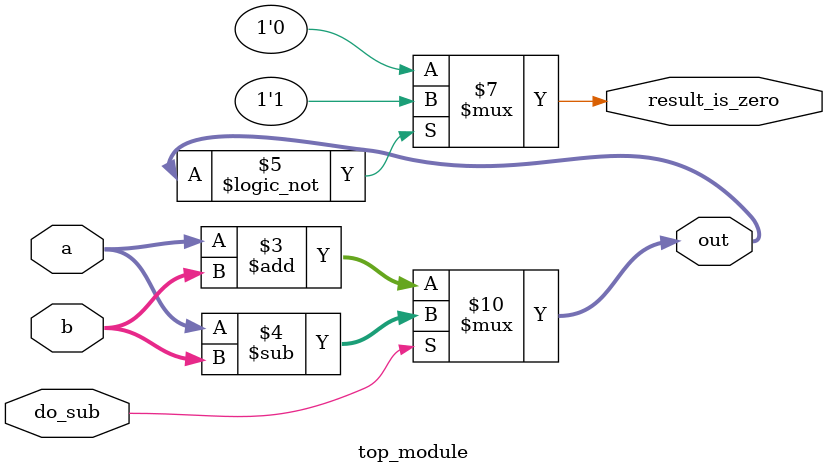
<source format=sv>
module top_module (
    input do_sub,
    input [7:0] a,
    input [7:0] b,
    output reg [7:0] out,
    output reg result_is_zero
);

always @(do_sub or a or b) begin
    if (do_sub == 0) begin
        out = a + b;
    end else begin
        out = a - b;
    end
    // Check if the result of the operation is zero
    if (out == 0) begin
        result_is_zero = 1;
    end else begin
        result_is_zero = 0;
    end
end

endmodule

</source>
